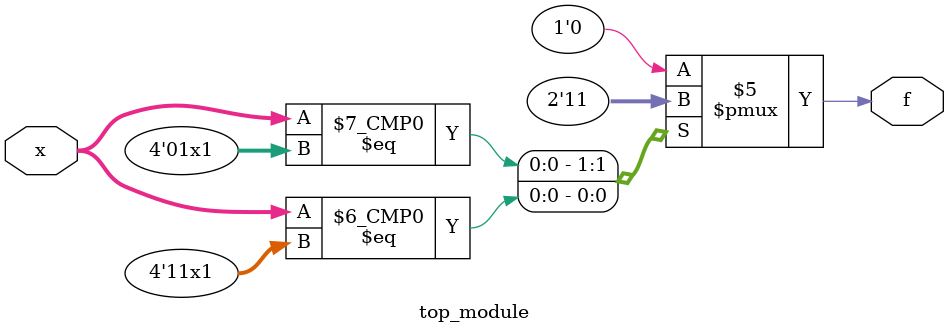
<source format=sv>
module top_module (
	input [4:1] x,
	output logic f
);

always_comb begin
	case (x)
		4'b00xx: f = 0;
		4'b01x1: f = 1;
		4'b01x0: f = 0;
		4'b11x1: f = 1;
		4'b111x: f = 0;
		4'b10x0: f = 0;
		default: f = 0;
	endcase
end

endmodule

</source>
